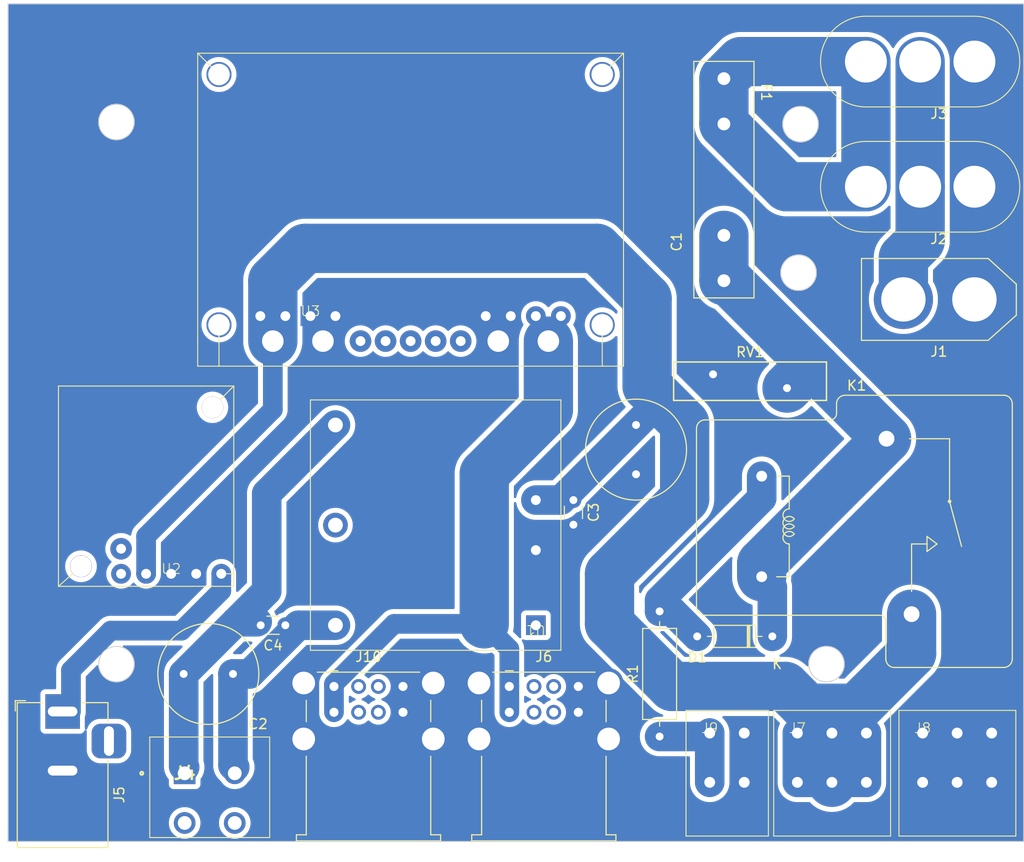
<source format=kicad_pcb>
(kicad_pcb (version 20221018) (generator pcbnew)
  (layers (0 "F.Cu" signal) (31 "B.Cu" signal) (34 "B.Paste" user) (35 "F.Paste" user) (36 "B.SilkS" user "B.Silkscreen") (37 "F.SilkS" user "F.Silkscreen") (38 "B.Mask" user) (39 "F.Mask" user) (44 "Edge.Cuts" user))
  (net 0 "")
  (net 1 "Net-(J1-Pin_1)")
  (net 2 "Net-(D1-K)")
  (net 3 "Net-(D1-A)")
  (net 4 "Net-(J1-Pin_2)")
  (net 5 "Net-(J4-Pin_1)")
  (net 6 "Net-(J4-Pin_2)")
  (net 9 "Net-(U2-VOUT)")
  (net 15 "Net-(J7-Pin_1)")
  (net 16 "Net-(J2-Pin_3)")
  (net 17 "Net-(J10-VBUS1)")
  (net 22 "Net-(J9-Pin_1)")
  (footprint "Converters_footpritns:Converter_12V" (layer "F.Cu") (at 82.55 116.84)
    (fp_text reference "U2" (at 0 -0.5 unlocked) (layer "F.SilkS") (effects (font (thickness 0.1))))
    (fp_text value "12V")
    (fp_line (start -11.43 -19.05) (end 6.35 -19.05) (stroke (width 0.1)) (layer "F.SilkS"))
    (fp_line (start -11.43 1.27) (end -11.43 -19.05) (stroke (width 0.1)) (layer "F.SilkS"))
    (fp_line (start -11.43 1.27) (end -9.144 -0.762) (stroke (width 0.1)) (layer "F.SilkS"))
    (fp_line (start 5.08 0) (end 6.35 0) (stroke (width 0.1)) (layer "F.SilkS"))
    (fp_line (start 6.35 -19.05) (end 4.191 -16.891) (stroke (width 0.1)) (layer "F.SilkS"))
    (fp_line (start 6.35 -19.05) (end 6.35 0) (stroke (width 0.1)) (layer "F.SilkS"))
    (fp_line (start 6.35 0) (end 6.35 1.27) (stroke (width 0.1)) (layer "F.SilkS"))
    (fp_line (start 6.35 1.27) (end -11.43 1.27) (stroke (width 0.1)) (layer "F.SilkS"))
    (pad "1" thru_hole rect (at 0 0) (size 2 2) (drill 1) (layers "*.Cu" "*.Mask") (net 1 "Net-(J1-Pin_1)"))
    (pad "1" thru_hole rect (at 2.54 0) (size 2 2) (drill 1) (layers "*.Cu" "*.Mask") (net 1 "Net-(J1-Pin_1)"))
    (pad "2" thru_hole circle (at -2.54 0) (size 2 2) (drill 1) (layers "*.Cu" "*.Mask") (net 15 "Net-(J7-Pin_1)"))
    (pad "3" thru_hole circle (at 5.08 0) (size 2 2) (drill 1) (layers "*.Cu" "*.Mask") (net 9 "Net-(U2-VOUT)"))
    (pad "4" thru_hole circle (at -9.144 -0.762) (size 2.2098 2.2098) (drill 2.1844) (layers "*.Cu" "*.Mask"))
    (pad "4" thru_hole circle (at -5.08 0) (size 2 2) (drill 1) (layers "*.Cu" "*.Mask"))
    (pad "5" thru_hole circle (at 4.191 -16.891) (size 2.1844 2.1844) (drill 2.1844) (layers "*.Cu" "*.Mask"))
    (pad "7" thru_hole circle (at -5.08 -2.54 2) (size 2.1844 2.1844) (drill 1) (layers "*.Cu" "*.Mask"))
  )
  (footprint "Connector_AMASS:AMASS_XT60-M_1x02_P7.20mm_Vertical" (layer "F.Cu") (at 164 89 180)
    (fp_text reference "J1" (at 3.6 -5.3) (layer "F.SilkS"))
    (fp_text value "XT60")
    (fp_line (start -4.25 -1.6) (end -4.25 1.55) (stroke (width 0.12)) (layer "F.SilkS"))
    (fp_line (start -4.25 1.55) (end -1.4 4.15) (stroke (width 0.12)) (layer "F.SilkS"))
    (fp_line (start -1.4 -4.15) (end -4.25 -1.6) (stroke (width 0.12)) (layer "F.SilkS"))
    (fp_line (start -1.4 4.15) (end 11.45 4.15) (stroke (width 0.12)) (layer "F.SilkS"))
    (fp_line (start 11.45 -4.15) (end -1.4 -4.15) (stroke (width 0.12)) (layer "F.SilkS"))
    (fp_line (start 11.45 4.15) (end 11.45 -4.15) (stroke (width 0.12)) (layer "F.SilkS"))
    (pad "1" thru_hole roundrect (at 0 0 180) (size 6 6) (drill 4.5) (layers "*.Cu" "*.Mask") (net 1 "Net-(J1-Pin_1)"))
    (pad "2" thru_hole circle (at 7.2 0 180) (size 6 6) (drill 4.5) (layers "*.Cu" "*.Mask") (net 4 "Net-(J1-Pin_2)"))
  )
  (footprint "Converters_footpritns:Wago_01x03_3,5mm" (layer "F.Cu") (at 146.05 133)
    (fp_text reference "J7" (at 0 -0.5 unlocked) (layer "F.SilkS") (effects (font (thickness 0.1))))
    (fp_text value "Screw_Terminal_01x03")
    (fp_line (start -2.4 -2.3) (end -2.4 10.45) (stroke (width 0.1)) (layer "F.SilkS"))
    (fp_line (start -2.4 10.45) (end 9.45 10.45) (stroke (width 0.1)) (layer "F.SilkS"))
    (fp_line (start 9.45 -2.3) (end -2.4 -2.3) (stroke (width 0.1)) (layer "F.SilkS"))
    (fp_line (start 9.45 -2.3) (end 9.45 10.45) (stroke (width 0.1)) (layer "F.SilkS"))
    (pad "1" thru_hole rect (at 0 0) (size 2 2) (drill 1.1) (layers "*.Cu" "*.Mask") (net 15 "Net-(J7-Pin_1)"))
    (pad "1" thru_hole circle (at 0 5) (size 2 2) (drill 1.1) (layers "*.Cu" "*.Mask") (net 15 "Net-(J7-Pin_1)"))
    (pad "2" thru_hole circle (at 3.5 0) (size 2 2) (drill 1.1) (layers "*.Cu" "*.Mask") (net 15 "Net-(J7-Pin_1)"))
    (pad "2" thru_hole circle (at 3.5 5) (size 2 2) (drill 1.1) (layers "*.Cu" "*.Mask") (net 15 "Net-(J7-Pin_1)"))
    (pad "3" thru_hole circle (at 7 0) (size 2 2) (drill 1.1) (layers "*.Cu" "*.Mask") (net 15 "Net-(J7-Pin_1)"))
    (pad "3" thru_hole circle (at 7 5) (size 2 2) (drill 1.1) (layers "*.Cu" "*.Mask") (net 15 "Net-(J7-Pin_1)"))
  )
  (footprint "Varistor:RV_Disc_D15.5mm_W3.9mm_P7.5mm" (layer "F.Cu") (at 145 98 180)
    (fp_text reference "RV1" (at 3.75 3.65) (layer "F.SilkS"))
    (fp_text value "Varistor 56V")
    (fp_line (start -4 -1.25) (end -4 2.65) (stroke (width 0.15)) (layer "F.SilkS"))
    (fp_line (start -4 -1.25) (end 11.5 -1.25) (stroke (width 0.15)) (layer "F.SilkS"))
    (fp_line (start -4 2.65) (end 11.5 2.65) (stroke (width 0.15)) (layer "F.SilkS"))
    (fp_line (start 11.5 -1.25) (end 11.5 2.65) (stroke (width 0.15)) (layer "F.SilkS"))
    (pad "1" thru_hole circle (at 0 0 180) (size 1.8 1.8) (drill 0.8) (layers "*.Cu" "*.Mask") (net 2 "Net-(D1-K)"))
    (pad "2" thru_hole circle (at 7.5 1.4 180) (size 1.8 1.8) (drill 0.8) (layers "*.Cu" "*.Mask") (net 1 "Net-(J1-Pin_1)"))
  )
  (footprint "Converters_footpritns:AMASS_MR60-F_1x02_P7.20mm_Vertical" (layer "F.Cu") (at 164 64.87 180)
    (fp_text reference "J3" (at 3.6 -5.3) (layer "F.SilkS"))
    (fp_text value "Conn_01x03")
    (fp_line (start 0 4.6) (end 11 4.6) (stroke (width 0.1)) (layer "F.SilkS"))
    (fp_line (start 11 -4.6) (end 0 -4.6) (stroke (width 0.1)) (layer "F.SilkS"))
    (fp_arc (start 0 4.6) (mid -4.6 0) (end 0 -4.6) (stroke (width 0.1)) (layer "F.SilkS"))
    (fp_arc (start 11 -4.6) (mid 14.252691 -3.252691) (end 15.6 0) (stroke (width 0.1)) (layer "F.SilkS"))
    (fp_arc (start 15.6 0) (mid 14.252691 3.252691) (end 11 4.6) (stroke (width 0.1)) (layer "F.SilkS"))
    (pad "1" thru_hole rect (at 0 0 180) (size 4.75 4.75) (drill 4.25) (layers "*.Cu" "*.Mask") (net 1 "Net-(J1-Pin_1)"))
    (pad "2" thru_hole circle (at 5.5 0 180) (size 4.75 4.75) (drill 4.25) (layers "*.Cu" "*.Mask") (net 4 "Net-(J1-Pin_2)"))
    (pad "3" thru_hole circle (at 11 0 180) (size 4.75 4.75) (drill 4.25) (layers "*.Cu" "*.Mask") (net 16 "Net-(J2-Pin_3)"))
  )
  (footprint "Connector_USB:USB_A_Wuerth_61400826021_Horizontal_Stacked" (layer "F.Cu") (at 116.84 128.27)
    (fp_text reference "J6" (at 3.5 -3) (layer "F.SilkS"))
    (fp_text value "USB_A_Stacked")
    (fp_line (start -3.81 15.05) (end -2.81 15.05) (stroke (width 0.12)) (layer "F.SilkS"))
    (fp_line (start -3.81 15.67) (end -3.81 15.05) (stroke (width 0.12)) (layer "F.SilkS"))
    (fp_line (start -2.81 3.58) (end -2.81 1.4) (stroke (width 0.12)) (layer "F.SilkS"))
    (fp_line (start -2.81 15.05) (end -2.81 7.08) (stroke (width 0.12)) (layer "F.SilkS"))
    (fp_line (start -1.69 -1.45) (end 8.69 -1.45) (stroke (width 0.12)) (layer "F.SilkS"))
    (fp_line (start 0.4 -1.6) (end -0.4 -1.6) (stroke (width 0.12)) (layer "F.SilkS"))
    (fp_line (start 9.81 3.58) (end 9.81 1.4) (stroke (width 0.12)) (layer "F.SilkS"))
    (fp_line (start 9.81 7.08) (end 9.81 15.05) (stroke (width 0.12)) (layer "F.SilkS"))
    (fp_line (start 9.81 15.05) (end 10.81 15.05) (stroke (width 0.12)) (layer "F.SilkS"))
    (fp_line (start 10.81 15.05) (end 10.81 15.67) (stroke (width 0.12)) (layer "F.SilkS"))
    (fp_line (start 10.81 15.67) (end -3.81 15.67) (stroke (width 0.12)) (layer "F.SilkS"))
    (pad "1" thru_hole rect (at 0 0) (size 1.5 1.5) (drill 0.92) (layers "*.Cu" "*.Mask") (net 17 "Net-(J10-VBUS1)"))
    (pad "2" thru_hole circle (at 2.5 0) (size 1.5 1.5) (drill 0.92) (layers "*.Cu" "*.Mask"))
    (pad "3" thru_hole circle (at 4.5 0) (size 1.5 1.5) (drill 0.92) (layers "*.Cu" "*.Mask"))
    (pad "4" thru_hole circle (at 7 0) (size 1.5 1.5) (drill 0.92) (layers "*.Cu" "*.Mask") (net 1 "Net-(J1-Pin_1)"))
    (pad "5" thru_hole circle (at 0 2.62) (size 1.5 1.5) (drill 0.92) (layers "*.Cu" "*.Mask") (net 17 "Net-(J10-VBUS1)"))
    (pad "6" thru_hole circle (at 2.5 2.62) (size 1.5 1.5) (drill 0.92) (layers "*.Cu" "*.Mask"))
    (pad "7" thru_hole circle (at 4.5 2.62) (size 1.5 1.5) (drill 0.92) (layers "*.Cu" "*.Mask"))
    (pad "8" thru_hole circle (at 7 2.62) (size 1.5 1.5) (drill 0.92) (layers "*.Cu" "*.Mask") (net 1 "Net-(J1-Pin_1)"))
    (pad "9" thru_hole circle (at -3.07 -0.35) (size 3 3) (drill 2.3) (layers "*.Cu" "*.Mask") (net 1 "Net-(J1-Pin_1)"))
    (pad "9" thru_hole circle (at -3.07 5.33) (size 3 3) (drill 2.3) (layers "*.Cu" "*.Mask") (net 1 "Net-(J1-Pin_1)"))
    (pad "9" thru_hole circle (at 10.07 -0.35) (size 3 3) (drill 2.3) (layers "*.Cu" "*.Mask") (net 1 "Net-(J1-Pin_1)"))
    (pad "9" thru_hole circle (at 10.07 5.33) (size 3 3) (drill 2.3) (layers "*.Cu" "*.Mask") (net 1 "Net-(J1-Pin_1)"))
  )
  (footprint "Capacitor_THT:C_Disc_D3.0mm_W1.6mm_P2.50mm" (layer "F.Cu") (at 123.34 109.36 -90)
    (fp_text reference "C3" (at 1.25 -2.05 -270) (layer "F.SilkS"))
    (fp_text value "100n")
    (fp_line (start 0.621 -0.92) (end 1.879 -0.92) (stroke (width 0.12)) (layer "F.SilkS"))
    (fp_line (start 0.621 0.92) (end 1.879 0.92) (stroke (width 0.12)) (layer "F.SilkS"))
    (pad "1" thru_hole circle (at 0 0 270) (size 1.6 1.6) (drill 0.8) (layers "*.Cu" "*.Mask") (net 15 "Net-(J7-Pin_1)"))
    (pad "2" thru_hole circle (at 2.5 0 270) (size 1.6 1.6) (drill 0.8) (layers "*.Cu" "*.Mask") (net 1 "Net-(J1-Pin_1)"))
  )
  (footprint "Relay_THT:Relay_SPST_RAYEX-L90AS" (layer "F.Cu") (at 139.89 112.035)
    (fp_text reference "K1" (at 12.1666 -14.3) (layer "F.SilkS"))
    (fp_text value "Relpol")
    (fp_line (start -4.07 -9.94) (end -4.07 8.14) (stroke (width 0.12)) (layer "F.SilkS"))
    (fp_line (start -3.2 -10.81) (end 9.48 -10.81) (stroke (width 0.12)) (layer "F.SilkS"))
    (fp_line (start -3.2 9.01) (end 14.48 9.01) (stroke (width 0.12)) (layer "F.SilkS"))
    (fp_line (start 4.064 -5.1054) (end 5.334 -5.1054) (stroke (width 0.12)) (layer "F.SilkS"))
    (fp_line (start 5.334 -1.778) (end 5.334 -5.1054) (stroke (width 0.12)) (layer "F.SilkS"))
    (fp_line (start 5.334 5.1054) (end 4.064 5.1054) (stroke (width 0.12)) (layer "F.SilkS"))
    (fp_line (start 5.334002 5.105397) (end 5.334002 1.777997) (stroke (width 0.12)) (layer "F.SilkS"))
    (fp_line (start 10.13 -12.44) (end 10.13 -11.46) (stroke (width 0.12)) (layer "F.SilkS"))
    (fp_line (start 11 -13.31) (end 27.08 -13.31) (stroke (width 0.12)) (layer "F.SilkS"))
    (fp_line (start 15.13 9.66) (end 15.13 13.44) (stroke (width 0.12)) (layer "F.SilkS"))
    (fp_line (start 16 14.31) (end 27.08 14.31) (stroke (width 0.12)) (layer "F.SilkS"))
    (fp_line (start 17.74 1.778) (end 19.304 1.778) (stroke (width 0.12)) (layer "F.SilkS"))
    (fp_line (start 17.74 6.604) (end 17.74 1.778) (stroke (width 0.12)) (layer "F.SilkS"))
    (fp_line (start 19.304 1.016) (end 19.304 2.54) (stroke (width 0.12)) (layer "F.SilkS"))
    (fp_line (start 19.304 2.54) (end 20.32 1.778) (stroke (width 0.12)) (layer "F.SilkS"))
    (fp_line (start 20.32 1.778) (end 19.304 1.016) (stroke (width 0.12)) (layer "F.SilkS"))
    (fp_line (start 21.59 -8.9) (end 17.526 -8.9) (stroke (width 0.12)) (layer "F.SilkS"))
    (fp_line (start 21.59 -2.54) (end 21.59 -8.9) (stroke (width 0.12)) (layer "F.SilkS"))
    (fp_line (start 21.59 -2.54) (end 22.8092 2.032) (stroke (width 0.12)) (layer "F.SilkS"))
    (fp_line (start 27.95 -12.44) (end 27.95 13.44) (stroke (width 0.12)) (layer "F.SilkS"))
    (fp_arc (start -4.07 -9.94) (mid -3.815183 -10.555183) (end -3.2 -10.81) (stroke (width 0.12)) (layer "F.SilkS"))
    (fp_arc (start -3.2 9.01) (mid -3.815183 8.755183) (end -4.07 8.14) (stroke (width 0.12)) (layer "F.SilkS"))
    (fp_arc (start 5.334002 1.777997) (mid 4.765966 0.859171) (end 5.841802 0.76173) (stroke (width 0.12)) (layer "F.SilkS"))
    (fp_arc (start 5.8418 -0.761733) (mid 4.765964 -0.859168) (end 5.334 -1.778) (stroke (width 0.12)) (layer "F.SilkS"))
    (fp_arc (start 5.842265 -0.000355) (mid 4.699001 -0.380778) (end 5.842 -0.762001) (stroke (width 0.12)) (layer "F.SilkS"))
    (fp_arc (start 5.842266 0.761644) (mid 4.699001 0.381223) (end 5.842001 -0.000002) (stroke (width 0.12)) (layer "F.SilkS"))
    (fp_arc (start 10.13 -12.44) (mid 10.384817 -13.055183) (end 11 -13.31) (stroke (width 0.12)) (layer "F.SilkS"))
    (fp_arc (start 10.13 -11.46) (mid 9.939619 -11.000381) (end 9.48 -10.81) (stroke (width 0.12)) (layer "F.SilkS"))
    (fp_arc (start 14.48 9.01) (mid 14.939619 9.200381) (end 15.13 9.66) (stroke (width 0.12)) (layer "F.SilkS"))
    (fp_arc (start 16 14.31) (mid 15.384817 14.055183) (end 15.13 13.44) (stroke (width 0.12)) (layer "F.SilkS"))
    (fp_arc (start 27.08 -13.31) (mid 27.695183 -13.055183) (end 27.95 -12.44) (stroke (width 0.12)) (layer "F.SilkS"))
    (fp_arc (start 27.95 13.44) (mid 27.695183 14.055183) (end 27.08 14.31) (stroke (width 0.12)) (layer "F.SilkS"))
    (fp_circle (center 21.59 -2.54) (end 21.59 -2.413) (stroke (width 0.12)) (fill none) (layer "F.SilkS"))
    (pad "13" thru_hole circle (at 15.2 -8.9 180) (size 3 3) (drill 1.6) (layers "*.Cu" "*.Mask") (net 2 "Net-(D1-K)"))
    (pad "14" thru_hole circle (at 17.74 8.9 180) (size 3 3) (drill 1.6) (layers "*.Cu" "*.Mask") (net 15 "Net-(J7-Pin_1)"))
    (pad "A1" thru_hole roundrect (at 2.54 -5.1 180) (size 2 2) (drill 1.1) (layers "*.Cu" "*.Mask") (net 3 "Net-(D1-A)"))
    (pad "A2" thru_hole circle (at 2.54 5.1 180) (size 2 2) (drill 1.1) (layers "*.Cu" "*.Mask") (net 2 "Net-(D1-K)"))
  )
  (footprint "Converters_footpritns:Converter_PDQE15-D" (layer "F.Cu") (at 119.53 122.06 180)
    (fp_text reference "U1" (at 0 -0.5 180 unlocked) (layer "F.SilkS") (effects (font (thickness 0.1))))
    (fp_text value "~")
    (fp_line (start -2.54 -2.54) (end -2.54 22.86) (stroke (width 0.1)) (layer "F.SilkS"))
    (fp_line (start -2.54 22.86) (end 22.86 22.86) (stroke (width 0.1)) (layer "F.SilkS"))
    (fp_line (start 22.86 -2.54) (end -2.54 -2.54) (stroke (width 0.1)) (layer "F.SilkS"))
    (fp_line (start 22.86 22.86) (end 22.86 -2.54) (stroke (width 0.1)) (layer "F.SilkS"))
    (pad "1" thru_hole rect (at 0 0 180) (size 2 2) (drill 1) (layers "*.Cu" "*.Mask"))
    (pad "2" thru_hole circle (at 0 7.62 180) (size 2 2) (drill 1) (layers "*.Cu" "*.Mask") (net 1 "Net-(J1-Pin_1)"))
    (pad "3" thru_hole circle (at 0 12.7 180) (size 2 2) (drill 1) (layers "*.Cu" "*.Mask") (net 15 "Net-(J7-Pin_1)"))
    (pad "4" thru_hole circle (at 20.32 20.32 180) (size 2.5 2.5) (drill 1.5) (layers "*.Cu" "*.Mask") (net 5 "Net-(J4-Pin_1)"))
    (pad "5" thru_hole circle (at 20.32 10.16 180) (size 2.5 2.5) (drill 1.5) (layers "*.Cu" "*.Mask"))
    (pad "6" thru_hole circle (at 20.32 0 180) (size 2.5 2.5) (drill 1.5) (layers "*.Cu" "*.Mask") (net 6 "Net-(J4-Pin_2)"))
  )
  (footprint "Converters_footpritns:Wago_01x03_3,5mm" (layer "F.Cu") (at 158.75 133)
    (fp_text reference "J8" (at 0 -0.5 unlocked) (layer "F.SilkS") (effects (font (thickness 0.1))))
    (fp_text value "Screw_Terminal_01x03")
    (fp_line (start -2.4 -2.3) (end -2.4 10.45) (stroke (width 0.1)) (layer "F.SilkS"))
    (fp_line (start -2.4 10.45) (end 9.45 10.45) (stroke (width 0.1)) (layer "F.SilkS"))
    (fp_line (start 9.45 -2.3) (end -2.4 -2.3) (stroke (width 0.1)) (layer "F.SilkS"))
    (fp_line (start 9.45 -2.3) (end 9.45 10.45) (stroke (width 0.1)) (layer "F.SilkS"))
    (pad "1" thru_hole rect (at 0 0) (size 2 2) (drill 1.1) (layers "*.Cu" "*.Mask") (net 1 "Net-(J1-Pin_1)"))
    (pad "1" thru_hole circle (at 0 5) (size 2 2) (drill 1.1) (layers "*.Cu" "*.Mask") (net 1 "Net-(J1-Pin_1)"))
    (pad "2" thru_hole circle (at 3.5 0) (size 2 2) (drill 1.1) (layers "*.Cu" "*.Mask") (net 1 "Net-(J1-Pin_1)"))
    (pad "2" thru_hole circle (at 3.5 5) (size 2 2) (drill 1.1) (layers "*.Cu" "*.Mask") (net 1 "Net-(J1-Pin_1)"))
    (pad "3" thru_hole circle (at 7 0) (size 2 2) (drill 1.1) (layers "*.Cu" "*.Mask") (net 1 "Net-(J1-Pin_1)"))
    (pad "3" thru_hole circle (at 7 5) (size 2 2) (drill 1.1) (layers "*.Cu" "*.Mask") (net 1 "Net-(J1-Pin_1)"))
  )
  (footprint "Capacitor_THT:C_Radial_D10.0mm_H12.5mm_P5.00mm" (layer "F.Cu") (at 88.82 127 180)
    (fp_text reference "C2" (at -2.54 -5.08) (layer "F.SilkS"))
    (fp_text value "100u")
    (fp_circle (center 2.5 0) (end 7.62 0) (stroke (width 0.12)) (fill none) (layer "F.SilkS"))
    (pad "1" thru_hole circle (at 0 0 180) (size 1.6 1.6) (drill 0.8) (layers "*.Cu" "*.Mask") (net 6 "Net-(J4-Pin_2)"))
    (pad "2" thru_hole circle (at 5 0 180) (size 1.6 1.6) (drill 0.8) (layers "*.Cu" "*.Mask") (net 5 "Net-(J4-Pin_1)"))
  )
  (footprint "Fuse:Fuseholder_Littelfuse_100_series_5x20mm" (layer "F.Cu") (at 138.6 66.6 -90)
    (fp_text reference "F1" (at 1.39 -4.3 -90 unlocked) (layer "F.SilkS"))
    (fp_text value "Fuse 20A")
    (fp_line (start -1.75 -3.05) (end 22.25 -3.05) (stroke (width 0.12)) (layer "F.SilkS"))
    (fp_line (start -1.75 3.05) (end -1.75 -3.05) (stroke (width 0.12)) (layer "F.SilkS"))
    (fp_line (start 22.25 -3.05) (end 22.25 3.05) (stroke (width 0.12)) (layer "F.SilkS"))
    (fp_line (start 22.25 3.05) (end -1.75 3.05) (stroke (width 0.12)) (layer "F.SilkS"))
    (pad "1" thru_hole circle (at 0 0 270) (size 2.3 2.3) (drill 1.3) (layers "*.Cu" "*.Mask") (net 16 "Net-(J2-Pin_3)"))
    (pad "1" thru_hole circle (at 4.6 0 270) (size 2.3 2.3) (drill 1.3) (layers "*.Cu" "*.Mask") (net 16 "Net-(J2-Pin_3)"))
    (pad "2" thru_hole circle (at 15.9 0 270) (size 2.3 2.3) (drill 1.3) (layers "*.Cu" "*.Mask") (net 2 "Net-(D1-K)"))
    (pad "2" thru_hole circle (at 20.5 0 270) (size 2.3 2.3) (drill 1.3) (layers "*.Cu" "*.Mask") (net 2 "Net-(D1-K)"))
  )
  (footprint "Connector_BarrelJack:BarrelJack_Horizontal" (layer "F.Cu") (at 71.5425 130.81 90)
    (fp_text reference "J5" (at -8.45 5.75 90) (layer "F.SilkS"))
    (fp_text value "Barrel_Jack_Switch")
    (fp_line (start -13.8 -4.6) (end 0.9 -4.6) (stroke (width 0.12)) (layer "F.SilkS"))
    (fp_line (start -13.8 4.6) (end -13.8 -4.6) (stroke (width 0.12)) (layer "F.SilkS"))
    (fp_line (start -5 4.6) (end -13.8 4.6) (stroke (width 0.12)) (layer "F.SilkS"))
    (fp_line (start 0.05 -4.8) (end 1.1 -4.8) (stroke (width 0.12)) (layer "F.SilkS"))
    (fp_line (start 0.9 -4.6) (end 0.9 -2) (stroke (width 0.12)) (layer "F.SilkS"))
    (fp_line (start 0.9 1.9) (end 0.9 4.6) (stroke (width 0.12)) (layer "F.SilkS"))
    (fp_line (start 0.9 4.6) (end -1 4.6) (stroke (width 0.12)) (layer "F.SilkS"))
    (fp_line (start 1.1 -3.75) (end 1.1 -4.8) (stroke (width 0.12)) (layer "F.SilkS"))
    (pad "1" thru_hole rect (at 0 0 90) (size 3.5 3.5) (drill oval 1 3) (layers "*.Cu" "*.Mask") (net 9 "Net-(U2-VOUT)"))
    (pad "2" thru_hole roundrect (at -6 0 90) (size 3 3.5) (drill oval 1 3) (layers "*.Cu" "*.Mask") (net 1 "Net-(J1-Pin_1)"))
    (pad "3" thru_hole roundrect (at -3 4.7 90) (size 3.5 3.5) (drill oval 3 1) (layers "*.Cu" "*.Mask"))
  )
  (footprint "Converters_footpritns:Converter_5V" (layer "F.Cu") (at 96.67 90.691)
    (fp_text reference "U3" (at 0 -0.5 unlocked) (layer "F.SilkS") (effects (font (thickness 0.1))))
    (fp_text value "5V")
    (fp_line (start -11.43 -26.67) (end -11.43 2.54) (stroke (width 0.1)) (layer "F.SilkS"))
    (fp_line (start -11.43 -26.67) (end -9.271 -24.511) (stroke (width 0.1)) (layer "F.SilkS"))
    (fp_line (start -11.43 2.54) (end -11.43 5.08) (stroke (width 0.1)) (layer "F.SilkS"))
    (fp_line (start -11.43 5.08) (end 31.75 5.08) (stroke (width 0.1)) (layer "F.SilkS"))
    (fp_line (start -9.271 5.08) (end -9.271 0.889) (stroke (width 0.1)) (layer "F.SilkS"))
    (fp_line (start 29.591 5.08) (end 29.591 0.889) (stroke (width 0.1)) (layer "F.SilkS"))
    (fp_line (start 31.75 -26.67) (end -11.43 -26.67) (stroke (width 0.1)) (layer "F.SilkS"))
    (fp_line (start 31.75 -26.67) (end 29.591 -24.511) (stroke (width 0.1)) (layer "F.SilkS"))
    (fp_line (start 31.75 5.08) (end 31.75 -26.67) (stroke (width 0.1)) (layer "F.SilkS"))
    (pad "1" thru_hole rect (at 0 0) (size 2 2) (drill 1) (layers "*.Cu" "*.Mask") (net 1 "Net-(J1-Pin_1)"))
    (pad "1" thru_hole circle (at 1.27 2.54) (size 2.54 2.54) (drill 2.1844) (layers "*.Cu" "*.Mask") (net 1 "Net-(J1-Pin_1)"))
    (pad "1" thru_hole rect (at 2.54 0) (size 2 2) (drill 1) (layers "*.Cu" "*.Mask") (net 1 "Net-(J1-Pin_1)"))
    (pad "1" thru_hole rect (at 17.78 0) (size 2 2) (drill 1) (layers "*.Cu" "*.Mask") (net 1 "Net-(J1-Pin_1)"))
    (pad "1" thru_hole circle (at 19.05 2.54) (size 2.54 2.54) (drill 2.1844) (layers "*.Cu" "*.Mask") (net 1 "Net-(J1-Pin_1)"))
    (pad "1" thru_hole rect (at 20.32 0) (size 2 2) (drill 1) (layers "*.Cu" "*.Mask") (net 1 "Net-(J1-Pin_1)"))
    (pad "2" thru_hole circle (at -5.08 0) (size 2 2) (drill 1) (layers "*.Cu" "*.Mask") (net 15 "Net-(J7-Pin_1)"))
    (pad "2" thru_hole circle (at -3.81 2.54) (size 2.54 2.54) (drill 2.1844) (layers "*.Cu" "*.Mask") (net 15 "Net-(J7-Pin_1)"))
    (pad "2" thru_hole circle (at -2.54 0) (size 2 2) (drill 1) (layers "*.Cu" "*.Mask") (net 15 "Net-(J7-Pin_1)"))
    (pad "3" thru_hole circle (at 22.86 0) (size 2 2) (drill 1) (layers "*.Cu" "*.Mask") (net 17 "Net-(J10-VBUS1)"))
    (pad "3" thru_hole circle (at 24.13 2.54) (size 2.54 2.54) (drill 2.1844) (layers "*.Cu" "*.Mask") (net 17 "Net-(J10-VBUS1)"))
    (pad "3" thru_hole circle (at 25.4 0) (size 2 2) (drill 1) (layers "*.Cu" "*.Mask") (net 17 "Net-(J10-VBUS1)"))
    (pad "4" thru_hole circle (at -9.271 0.889) (size 2.54 2.54) (drill 2.1844) (layers "*.Cu" "*.Mask"))
    (pad "5" thru_hole circle (at -9.271 -24.511) (size 2.54 2.54) (drill 2.1844) (layers "*.Cu" "*.Mask"))
    (pad "6" thru_hole circle (at 29.591 -24.511) (size 2.54 2.54) (drill 2.1844) (layers "*.Cu" "*.Mask"))
    (pad "7" thru_hole circle (at 29.591 0.889) (size 2.54 2.54) (drill 2.1844) (layers "*.Cu" "*.Mask"))
    (pad "8" thru_hole circle (at 5.08 2.54 2) (size 2.1844 2.1844) (drill 1) (layers "*.Cu" "*.Mask"))
    (pad "9" thru_hole circle (at 7.62 2.54 2) (size 2.1844 2.1844) (drill 1) (layers "*.Cu" "*.Mask"))
    (pad "10" thru_hole circle (at 10.16 2.54 2) (size 2.1844 2.1844) (drill 1) (layers "*.Cu" "*.Mask"))
    (pad "11" thru_hole circle (at 12.7 2.54 2) (size 2.1844 2.1844) (drill 1) (layers "*.Cu" "*.Mask"))
    (pad "12" thru_hole circle (at 15.24 2.54 2) (size 2.1844 2.1844) (drill 1) (layers "*.Cu" "*.Mask"))
  )
  (footprint "Capacitor_THT:C_Disc_D3.0mm_W1.6mm_P2.50mm" (layer "F.Cu") (at 94.13 122.06 180)
    (fp_text reference "C4" (at 1.25 -2.05) (layer "F.SilkS"))
    (fp_text value "100n")
    (fp_line (start 0.621 -0.92) (end 1.879 -0.92) (stroke (width 0.12)) (layer "F.SilkS"))
    (fp_line (start 0.621 0.92) (end 1.879 0.92) (stroke (width 0.12)) (layer "F.SilkS"))
    (pad "1" thru_hole circle (at 0 0 180) (size 1.6 1.6) (drill 0.8) (layers "*.Cu" "*.Mask") (net 6 "Net-(J4-Pin_2)"))
    (pad "2" thru_hole circle (at 2.5 0 180) (size 1.6 1.6) (drill 0.8) (layers "*.Cu" "*.Mask") (net 5 "Net-(J4-Pin_1)"))
  )
  (footprint "Diode_THT:D_DO-35_SOD27_P7.62mm_Horizontal" (layer "F.Cu") (at 143.51 123.19 180)
    (fp_text reference "D1" (at 7.62 -2.12) (layer "F.SilkS"))
    (fp_text value "1N4448")
    (fp_text user "K" (at -0.49 -2.81) (layer "F.SilkS"))
    (fp_line (start 1.04 0) (end 1.69 0) (stroke (width 0.12)) (layer "F.SilkS"))
    (fp_line (start 1.69 -1.12) (end 1.69 1.12) (stroke (width 0.12)) (layer "F.SilkS"))
    (fp_line (start 1.69 1.12) (end 5.93 1.12) (stroke (width 0.12)) (layer "F.SilkS"))
    (fp_line (start 2.29 -1.12) (end 2.29 1.12) (stroke (width 0.12)) (layer "F.SilkS"))
    (fp_line (start 2.41 -1.12) (end 2.41 1.12) (stroke (width 0.12)) (layer "F.SilkS"))
    (fp_line (start 2.53 -1.12) (end 2.53 1.12) (stroke (width 0.12)) (layer "F.SilkS"))
    (fp_line (start 5.93 -1.12) (end 1.69 -1.12) (stroke (width 0.12)) (layer "F.SilkS"))
    (fp_line (start 5.93 1.12) (end 5.93 -1.12) (stroke (width 0.12)) (layer "F.SilkS"))
    (fp_line (start 6.58 0) (end 5.93 0) (stroke (width 0.12)) (layer "F.SilkS"))
    (pad "1" thru_hole rect (at 0 0 180) (size 1.6 1.6) (drill 0.8) (layers "*.Cu" "*.Mask") (net 2 "Net-(D1-K)"))
    (pad "2" thru_hole oval (at 7.62 0 180) (size 1.6 1.6) (drill 0.8) (layers "*.Cu" "*.Mask") (net 3 "Net-(D1-A)"))
  )
  (footprint "Capacitor_THT:C_Radial_D10.0mm_H12.5mm_P5.00mm" (layer "F.Cu") (at 129.69 101.74 -90)
    (fp_text reference "C1" (at -18.577 -4.111 90) (layer "F.SilkS"))
    (fp_text value "100u")
    (fp_circle (center 2.5 0) (end 7.62 0) (stroke (width 0.12)) (fill none) (layer "F.SilkS"))
    (pad "1" thru_hole circle (at 0 0 270) (size 1.6 1.6) (drill 0.8) (layers "*.Cu" "*.Mask") (net 15 "Net-(J7-Pin_1)"))
    (pad "2" thru_hole circle (at 5 0 270) (size 1.6 1.6) (drill 0.8) (layers "*.Cu" "*.Mask") (net 1 "Net-(J1-Pin_1)"))
  )
  (footprint "Converters_footpritns:Phoenix" (layer "F.Cu") (at 83.92 137.08)
    (fp_text reference "J4" (at 0 0) (layer "F.SilkS") (effects (font (size 1.27 1.27) (thickness 0.254))))
    (fp_text value "Conn_01x02" hide)
    (fp_line (start -3.54 -3.68) (end 8.62 -3.68) (stroke (width 0.1)) (layer "F.SilkS"))
    (fp_line (start -3.54 6.52) (end -3.54 -3.68) (stroke (width 0.1)) (layer "F.SilkS"))
    (fp_line (start 8.62 -3.68) (end 8.62 6.52) (stroke (width 0.1)) (layer "F.SilkS"))
    (fp_line (start 8.62 6.52) (end -3.54 6.52) (stroke (width 0.1)) (layer "F.SilkS"))
    (fp_circle (center -4.35 0) (end -4.35 0.05) (stroke (width 0.2)) (fill none) (layer "F.SilkS"))
    (pad "1" thru_hole rect (at 0 0) (size 2.2 2.2) (drill 1.4) (layers "*.Cu" "*.Mask") (net 5 "Net-(J4-Pin_1)"))
    (pad "1" thru_hole circle (at 0 5.04) (size 2.2 2.2) (drill 1.4) (layers "*.Cu" "*.Mask") (net 5 "Net-(J4-Pin_1)"))
    (pad "2" thru_hole circle (at 5.08 0) (size 2.2 2.2) (drill 1.4) (layers "*.Cu" "*.Mask") (net 6 "Net-(J4-Pin_2)"))
    (pad "2" thru_hole circle (at 5.08 5.04) (size 2.2 2.2) (drill 1.4) (layers "*.Cu" "*.Mask") (net 6 "Net-(J4-Pin_2)"))
  )
  (footprint "Resistor_THT:R_Axial_DIN0309_L9.0mm_D3.2mm_P12.70mm_Horizontal" (layer "F.Cu") (at 132.08 133.35 90)
    (fp_text reference "R1" (at 6.35 -2.72 90) (layer "F.SilkS"))
    (fp_text value "270")
    (fp_line (start 1.04 0) (end 1.73 0) (stroke (width 0.12)) (layer "F.SilkS"))
    (fp_line (start 1.73 -1.72) (end 1.73 1.72) (stroke (width 0.12)) (layer "F.SilkS"))
    (fp_line (start 1.73 1.72) (end 10.97 1.72) (stroke (width 0.12)) (layer "F.SilkS"))
    (fp_line (start 10.97 -1.72) (end 1.73 -1.72) (stroke (width 0.12)) (layer "F.SilkS"))
    (fp_line (start 10.97 1.72) (end 10.97 -1.72) (stroke (width 0.12)) (layer "F.SilkS"))
    (fp_line (start 11.66 0) (end 10.97 0) (stroke (width 0.12)) (layer "F.SilkS"))
    (pad "1" thru_hole circle (at 0 0 90) (size 1.6 1.6) (drill 0.8) (layers "*.Cu" "*.Mask") (net 22 "Net-(J9-Pin_1)"))
    (pad "2" thru_hole oval (at 12.7 0 90) (size 1.6 1.6) (drill 0.8) (layers "*.Cu" "*.Mask") (net 3 "Net-(D1-A)"))
  )
  (footprint "Converters_footpritns:AMASS_MR60-F_1x02_P7.20mm_Vertical" (layer "F.Cu") (at 164 77.57 180)
    (fp_text reference "J2" (at 3.6 -5.3) (layer "F.SilkS"))
    (fp_text value "Conn_01x03")
    (fp_line (start 0 4.6) (end 11 4.6) (stroke (width 0.1)) (layer "F.SilkS"))
    (fp_line (start 11 -4.6) (end 0 -4.6) (stroke (width 0.1)) (layer "F.SilkS"))
    (fp_arc (start 0 4.6) (mid -4.6 0) (end 0 -4.6) (stroke (width 0.1)) (layer "F.SilkS"))
    (fp_arc (start 11 -4.6) (mid 14.252691 -3.252691) (end 15.6 0) (stroke (width 0.1)) (layer "F.SilkS"))
    (fp_arc (start 15.6 0) (mid 14.252691 3.252691) (end 11 4.6) (stroke (width 0.1)) (layer "F.SilkS"))
    (pad "1" thru_hole rect (at 0 0 180) (size 4.75 4.75) (drill 4.25) (layers "*.Cu" "*.Mask") (net 1 "Net-(J1-Pin_1)"))
    (pad "2" thru_hole circle (at 5.5 0 180) (size 4.75 4.75) (drill 4.25) (layers "*.Cu" "*.Mask") (net 4 "Net-(J1-Pin_2)"))
    (pad "3" thru_hole circle (at 11 0 180) (size 4.75 4.75) (drill 4.25) (layers "*.Cu" "*.Mask") (net 16 "Net-(J2-Pin_3)"))
  )
  (footprint "Converters_footpritns:Wago_01x02_3,5mm" (layer "F.Cu") (at 137.16 133)
    (fp_text reference "J9" (at 0 -0.5 unlocked) (layer "F.SilkS") (effects (font (thickness 0.1))))
    (fp_text value "Screw_Terminal_01x02")
    (fp_line (start -2.4 -2.3) (end -2.4 10.45) (stroke (width 0.1)) (layer "F.SilkS"))
    (fp_line (start -2.4 -2.3) (end 5.95 -2.3) (stroke (width 0.1)) (layer "F.SilkS"))
    (fp_line (start -2.4 10.45) (end 5.95 10.45) (stroke (width 0.1)) (layer "F.SilkS"))
    (fp_line (start 5.95 -2.3) (end 5.95 10.45) (stroke (width 0.1)) (layer "F.SilkS"))
    (pad "1" thru_hole rect (at 0 0) (size 2 2) (drill 1.1) (layers "*.Cu" "*.Mask") (net 22 "Net-(J9-Pin_1)"))
    (pad "1" thru_hole circle (at 0 5) (size 2 2) (drill 1.1) (layers "*.Cu" "*.Mask") (net 22 "Net-(J9-Pin_1)"))
    (pad "2" thru_hole circle (at 3.5 0) (size 2 2) (drill 1.1) (layers "*.Cu" "*.Mask") (net 1 "Net-(J1-Pin_1)"))
    (pad "2" thru_hole circle (at 3.5 5) (size 2 2) (drill 1.1) (layers "*.Cu" "*.Mask") (net 1 "Net-(J1-Pin_1)"))
  )
  (footprint "Connector_USB:USB_A_Wuerth_61400826021_Horizontal_Stacked" (layer "F.Cu") (at 99.06 128.27)
    (fp_text reference "J10" (at 3.5 -3) (layer "F.SilkS"))
    (fp_text value "USB_A_Stacked")
    (fp_line (start -3.81 15.05) (end -2.81 15.05) (stroke (width 0.12)) (layer "F.SilkS"))
    (fp_line (start -3.81 15.67) (end -3.81 15.05) (stroke (width 0.12)) (layer "F.SilkS"))
    (fp_line (start -2.81 3.58) (end -2.81 1.4) (stroke (width 0.12)) (layer "F.SilkS"))
    (fp_line (start -2.81 15.05) (end -2.81 7.08) (stroke (width 0.12)) (layer "F.SilkS"))
    (fp_line (start -1.69 -1.45) (end 8.69 -1.45) (stroke (width 0.12)) (layer "F.SilkS"))
    (fp_line (start 0.4 -1.6) (end -0.4 -1.6) (stroke (width 0.12)) (layer "F.SilkS"))
    (fp_line (start 9.81 3.58) (end 9.81 1.4) (stroke (width 0.12)) (layer "F.SilkS"))
    (fp_line (start 9.81 7.08) (end 9.81 15.05) (stroke (width 0.12)) (layer "F.SilkS"))
    (fp_line (start 9.81 15.05) (end 10.81 15.05) (stroke (width 0.12)) (layer "F.SilkS"))
    (fp_line (start 10.81 15.05) (end 10.81 15.67) (stroke (width 0.12)) (layer "F.SilkS"))
    (fp_line (start 10.81 15.67) (end -3.81 15.67) (stroke (width 0.12)) (layer "F.SilkS"))
    (pad "1" thru_hole rect (at 0 0) (size 1.5 1.5) (drill 0.92) (layers "*.Cu" "*.Mask") (net 17 "Net-(J10-VBUS1)"))
    (pad "2" thru_hole circle (at 2.5 0) (size 1.5 1.5) (drill 0.92) (layers "*.Cu" "*.Mask"))
    (pad "3" thru_hole circle (at 4.5 0) (size 1.5 1.5) (drill 0.92) (layers "*.Cu" "*.Mask"))
    (pad "4" thru_hole circle (at 7 0) (size 1.5 1.5) (drill 0.92) (layers "*.Cu" "*.Mask") (net 1 "Net-(J1-Pin_1)"))
    (pad "5" thru_hole circle (at 0 2.62) (size 1.5 1.5) (drill 0.92) (layers "*.Cu" "*.Mask") (net 17 "Net-(J10-VBUS1)"))
    (pad "6" thru_hole circle (at 2.5 2.62) (size 1.5 1.5) (drill 0.92) (layers "*.Cu" "*.Mask"))
    (pad "7" thru_hole circle (at 4.5 2.62) (size 1.5 1.5) (drill 0.92) (layers "*.Cu" "*.Mask"))
    (pad "8" thru_hole circle (at 7 2.62) (size 1.5 1.5) (drill 0.92) (layers "*.Cu" "*.Mask") (net 1 "Net-(J1-Pin_1)"))
    (pad "9" thru_hole circle (at -3.07 -0.35) (size 3 3) (drill 2.3) (layers "*.Cu" "*.Mask") (net 1 "Net-(J1-Pin_1)"))
    (pad "9" thru_hole circle (at -3.07 5.33) (size 3 3) (drill 2.3) (layers "*.Cu" "*.Mask") (net 1 "Net-(J1-Pin_1)"))
    (pad "9" thru_hole circle (at 10.07 -0.35) (size 3 3) (drill 2.3) (layers "*.Cu" "*.Mask") (net 1 "Net-(J1-Pin_1)"))
    (pad "9" thru_hole circle (at 10.07 5.33) (size 3 3) (drill 2.3) (layers "*.Cu" "*.Mask") (net 1 "Net-(J1-Pin_1)"))
  )
  (gr_circle (center 146.17 86.29) (end 147.97 86.29) (stroke (width 0.1)) (fill none) (layer "Edge.Cuts"))
  (gr_circle (center 149 126) (end 150.8 126) (stroke (width 0.1)) (fill none) (layer "Edge.Cuts"))
  (gr_circle (center 77 71) (end 78.8 71) (stroke (width 0.1)) (fill none) (layer "Edge.Cuts"))
  (gr_line (start 169 144) (end 66 144) (stroke (width 0.1)) (layer "Edge.Cuts"))
  (gr_circle (center 146.37 71.22) (end 148.17 71.22) (stroke (width 0.1)) (fill none) (layer "Edge.Cuts"))
  (gr_line (start 66 144) (end 66 59) (stroke (width 0.1)) (layer "Edge.Cuts"))
  (gr_line (start 169 144) (end 169 59) (stroke (width 0.1)) (layer "Edge.Cuts"))
  (gr_circle (center 77 126) (end 78.8 126) (stroke (width 0.1)) (fill none) (layer "Edge.Cuts"))
  (gr_line (start 169 59) (end 66 59) (stroke (width 0.1)) (layer "Edge.Cuts"))
  (segment (start 139.055 87.1) (end 147.9775 96.0225) (width 5) (layer "B.Cu") (net 2))
  (segment (start 146.9775 96.0225) (end 147.9775 96.0225) (width 5) (layer "B.Cu") (net 2))
  (segment (start 147.9775 96.0225) (end 155.09 103.135) (width 5) (layer "B.Cu") (net 2))
  (segment (start 138.6 87.1) (end 138.6 82.5) (width 5) (layer "B.Cu") (net 2))
  (segment (start 149.755 108.47) (end 155.09 103.135) (width 5) (layer "B.Cu") (net 2))
  (segment (start 145 98) (end 146.9775 96.0225) (width 5) (layer "B.Cu") (net 2))
  (segment (start 142.39 117.175) (end 142.43 117.135) (width 1) (layer "B.Cu") (net 2))
  (segment (start 138.6 87.1) (end 139.055 87.1) (width 5) (layer "B.Cu") (net 2))
  (segment (start 143.51 118.215) (end 142.43 117.135) (width 3) (layer "B.Cu") (net 2))
  (segment (start 142.43 115.795) (end 149.755 108.47) (width 5) (layer "B.Cu") (net 2))
  (segment (start 143.51 123.19) (end 143.51 118.215) (width 3) (layer "B.Cu") (net 2))
  (segment (start 142.43 117.135) (end 142.43 115.795) (width 5) (layer "B.Cu") (net 2))
  (segment (start 142.43 109.16863) (end 142.43 106.935) (width 3) (layer "B.Cu") (net 3))
  (segment (start 132.08 120.65) (end 133.35 120.65) (width 3) (layer "B.Cu") (net 3))
  (segment (start 142.43 106.935) (end 142.275 106.935) (width 1) (layer "B.Cu") (net 3))
  (segment (start 133.35 120.65) (end 135.89 123.19) (width 3) (layer "B.Cu") (net 3))
  (segment (start 132.08 120.65) (end 132.08 119.51863) (width 3) (layer "B.Cu") (net 3))
  (segment (start 132.08 119.51863) (end 142.43 109.16863) (width 3) (layer "B.Cu") (net 3))
  (segment (start 158.5 77.57) (end 158.5 64.87) (width 5) (layer "B.Cu") (net 4))
  (segment (start 158.5 83.05736) (end 158.5 77.57) (width 5) (layer "B.Cu") (net 4))
  (segment (start 156.8 89) (end 156.8 84.75736) (width 5) (layer "B.Cu") (net 4))
  (segment (start 156.8 84.75736) (end 158.5 83.05736) (width 5) (layer "B.Cu") (net 4))
  (segment (start 91.63 121.731572) (end 91.63 122.06) (width 2) (layer "B.Cu") (net 5))
  (segment (start 83.82 127) (end 83.82 136.36) (width 3) (layer "B.Cu") (net 5))
  (segment (start 99.21 101.74) (end 92.24 108.71) (width 3) (layer "B.Cu") (net 5))
  (segment (start 83.82 127) (end 89.113554 121.706446) (width 3) (layer "B.Cu") (net 5))
  (segment (start 92.24 118.58) (end 89.113554 121.706446) (width 3) (layer "B.Cu") (net 5))
  (segment (start 91.63 122.06) (end 92.008679 122.06) (width 1) (layer "B.Cu") (net 5))
  (segment (start 83.82 136.36) (end 83.92 136.46) (width 3) (layer "B.Cu") (net 5))
  (segment (start 92.24 108.71) (end 92.24 118.58) (width 3) (layer "B.Cu") (net 5))
  (segment (start 89.113554 121.706446) (end 91.276447 121.706446) (width 3) (layer "B.Cu") (net 5))
  (segment (start 88.82 127) (end 90.508377 127) (width 3) (layer "B.Cu") (net 6))
  (segment (start 90.508377 127) (end 95.448377 122.06) (width 3) (layer "B.Cu") (net 6))
  (segment (start 88.82 136.28) (end 89 136.46) (width 3) (layer "B.Cu") (net 6))
  (segment (start 88.82 127) (end 88.82 136.28) (width 3) (layer "B.Cu") (net 6))
  (segment (start 88.9 127.08) (end 88.82 127) (width 3) (layer "B.Cu") (net 6))
  (segment (start 94.13 122.06) (end 99.21 122.06) (width 1) (layer "B.Cu") (net 6))
  (segment (start 95.448377 122.06) (end 99.21 122.06) (width 3) (layer "B.Cu") (net 6))
  (segment (start 72.39 126.638358) (end 76.42334 122.605018) (width 2) (layer "B.Cu") (net 9))
  (segment (start 87.63 118.580037) (end 83.605018 122.605018) (width 2) (layer "B.Cu") (net 9))
  (segment (start 87.63 116.84) (end 87.63 118.580037) (width 2) (layer "B.Cu") (net 9))
  (segment (start 76.42334 122.605018) (end 83.605018 122.605018) (width 2) (layer "B.Cu") (net 9))
  (segment (start 72.39 130.81) (end 72.39 126.638358) (width 2) (layer "B.Cu") (net 9))
  (segment (start 146.05 133) (end 153.05 133) (width 3) (layer "B.Cu") (net 15))
  (segment (start 146.705 130.155) (end 144.82 128.27) (width 5) (layer "B.Cu") (net 15))
  (segment (start 146.05 138) (end 153.05 138) (width 3) (layer "B.Cu") (net 15))
  (segment (start 132.08 99.06) (end 130.81 97.79) (width 5) (layer "B.Cu") (net 15))
  (segment (start 125.73 83.82) (end 96.141 83.82) (width 5) (layer "B.Cu") (net 15))
  (segment (start 153.05 138) (end 153.05 133) (width 3) (layer "B.Cu") (net 15))
  (segment (start 92.86 100.18) (end 80.01 113.03) (width 2) (layer "B.Cu") (net 15))
  (segment (start 133.35 128.27) (end 127 121.92) (width 5) (layer "B.Cu") (net 15))
  (segment (start 127 116.84) (end 134.62 109.22) (width 5) (layer "B.Cu") (net 15))
  (segment (start 132.08 99.35) (end 132.08 99.06) (width 3) (layer "B.Cu") (net 15))
  (segment (start 122.07 109.36) (end 129.69 101.74) (width 3) (layer "B.Cu") (net 15))
  (segment (start 130.81 88.9) (end 125.73 83.82) (width 5) (layer "B.Cu") (net 15))
  (segment (start 119.53 109.36) (end 122.07 109.36) (width 3) (layer "B.Cu") (net 15))
  (segment (start 146.05 138) (end 146.05 133) (width 3) (layer "B.Cu") (net 15))
  (segment (start 129.69 101.74) (end 132.08 99.35) (width 3) (layer "B.Cu") (net 15))
  (segment (start 157.63 120.935) (end 157.63 124.92) (width 5) (layer "B.Cu") (net 15))
  (segment (start 134.62 101.6) (end 132.08 99.06) (width 5) (layer "B.Cu") (net 15))
  (segment (start 146.705 130.155) (end 147.03 130.48) (width 5) (layer "B.Cu") (net 15))
  (segment (start 144.82 128.27) (end 133.35 128.27) (width 5) (layer "B.Cu") (net 15))
  (segment (start 147.03 130.48) (end 152.07 130.48) (width 5) (layer "B.Cu") (net 15))
  (segment (start 153.34 129.21) (end 149.55 133) (width 5) (layer "B.Cu") (net 15))
  (segment (start 149.55 133) (end 149.55 138) (width 5) (layer "B.Cu") (net 15))
  (segment (start 134.62 109.22) (end 134.62 101.6) (width 5) (layer "B.Cu") (net 15))
  (segment (start 96.141 83.82) (end 92.86 87.101) (width 5) (layer "B.Cu") (net 15))
  (segment (start 149.55 133) (end 146.705 130.155) (width 5) (layer "B.Cu") (net 15))
  (segment (start 152.07 130.48) (end 153.34 129.21) (width 5) (layer "B.Cu") (net 15))
  (segment (start 130.81 97.79) (end 130.81 88.9) (width 5) (layer "B.Cu") (net 15))
  (segment (start 92.86 87.101) (end 92.86 93.231) (width 5) (layer "B.Cu") (net 15))
  (segment (start 92.86 93.231) (end 92.86 100.18) (width 2) (layer "B.Cu") (net 15))
  (segment (start 127 121.92) (end 127 116.84) (width 5) (layer "B.Cu") (net 15))
  (segment (start 80.01 113.03) (end 80.01 116.84) (width 2) (layer "B.Cu") (net 15))
  (segment (start 157.63 124.92) (end 153.34 129.21) (width 5) (layer "B.Cu") (net 15))
  (segment (start 153 77.57) (end 144.97 77.57) (width 5) (layer "B.Cu") (net 16))
  (segment (start 138.6 66.6) (end 138.6 71.2) (width 5) (layer "B.Cu") (net 16))
  (segment (start 153 77.57) (end 153 64.87) (width 5) (layer "B.Cu") (net 16))
  (segment (start 153 64.87) (end 140.33 64.87) (width 5) (layer "B.Cu") (net 16))
  (segment (start 144.97 77.57) (end 138.6 71.2) (width 5) (layer "B.Cu") (net 16))
  (segment (start 140.33 64.87) (end 138.6 66.6) (width 5) (layer "B.Cu") (net 16))
  (segment (start 114.3 106.68) (end 114.3 121.92) (width 5) (layer "B.Cu") (net 17))
  (segment (start 99.06 130.89) (end 99.06 128.27) (width 2) (layer "B.Cu") (net 17))
  (segment (start 120.8 93.231) (end 120.8 100.18) (width 5) (layer "B.Cu") (net 17))
  (segment (start 116.84 128.27) (end 116.84 124.46) (width 2) (layer "B.Cu") (net 17))
  (segment (start 120.8 100.18) (end 114.3 106.68) (width 5) (layer "B.Cu") (net 17))
  (segment (start 99.06 128.27) (end 99.06 128.012283) (width 2) (layer "B.Cu") (net 17))
  (segment (start 116.84 130.89) (end 116.84 128.27) (width 2) (layer "B.Cu") (net 17))
  (segment (start 105.152283 121.92) (end 114.3 121.92) (width 2) (layer "B.Cu") (net 17))
  (segment (start 99.06 128.012283) (end 105.152283 121.92) (width 2) (layer "B.Cu") (net 17))
  (segment (start 116.84 124.46) (end 114.3 121.92) (width 2) (layer "B.Cu") (net 17))
  (segment (start 132.08 133.35) (end 136.81 133.35) (width 3) (layer "B.Cu") (net 22))
  (segment (start 137.16 133) (end 137.16 138) (width 3) (layer "B.Cu") (net 22))
  (segment (start 136.81 133.35) (end 137.16 133) (width 3) (layer "B.Cu") (net 22))
  (zone (net 1) (net_name "Net-(J1-Pin_1)") (layer "B.Cu") (priority 2) (connect_pads yes (clearance 0.5)) (min_thickness 0.25) (fill yes (thermal_gap 0.5) (thermal_bridge_width 0.5) (island_removal_mode 1) (island_area_min 10))
    (polygon (pts (xy 66 144) (xy 66 59) (xy 169 59) (xy 169 144)))
  )
)
</source>
